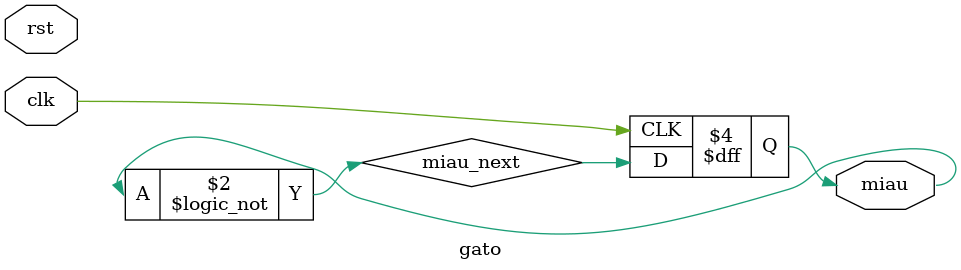
<source format=v>
module gato(clk, rst, miau);
input clk, rst;
output reg miau;
//auxiliar variable
reg miau_next;

always@(*)
miau_next = !miau;

always @(posedge clk)
miau <= miau_next;

endmodule

</source>
